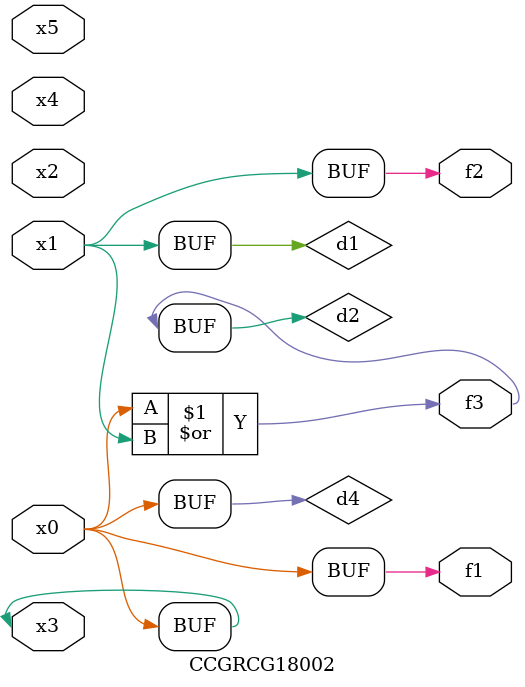
<source format=v>
module CCGRCG18002(
	input x0, x1, x2, x3, x4, x5,
	output f1, f2, f3
);

	wire d1, d2, d3, d4;

	and (d1, x1);
	or (d2, x0, x1);
	nand (d3, x0, x5);
	buf (d4, x0, x3);
	assign f1 = d4;
	assign f2 = d1;
	assign f3 = d2;
endmodule

</source>
